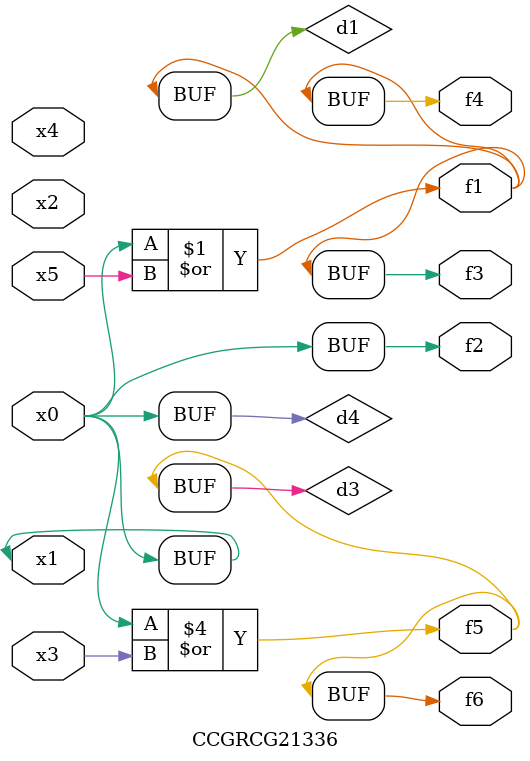
<source format=v>
module CCGRCG21336(
	input x0, x1, x2, x3, x4, x5,
	output f1, f2, f3, f4, f5, f6
);

	wire d1, d2, d3, d4;

	or (d1, x0, x5);
	xnor (d2, x1, x4);
	or (d3, x0, x3);
	buf (d4, x0, x1);
	assign f1 = d1;
	assign f2 = d4;
	assign f3 = d1;
	assign f4 = d1;
	assign f5 = d3;
	assign f6 = d3;
endmodule

</source>
